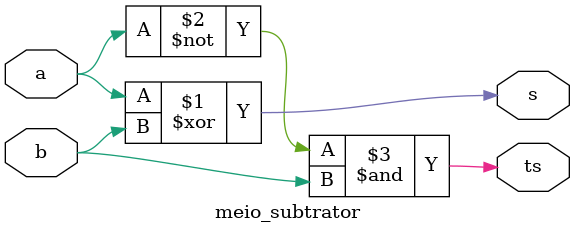
<source format=v>
module meio_subtrator
(
	input a, b,
	output s, ts
);

	assign s = a ^ b;
	assign ts = (~a)&b;

endmodule 

</source>
